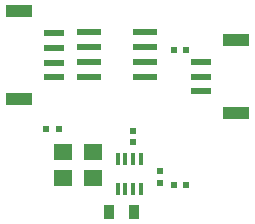
<source format=gtp>
%FSAX24Y24*%
%MOIN*%
G70*
G01*
G75*
G04 Layer_Color=32768*
%ADD10R,0.0866X0.0394*%
%ADD11R,0.0669X0.0236*%
%ADD12R,0.0236X0.0197*%
%ADD13R,0.0630X0.0551*%
%ADD14R,0.0169X0.0433*%
%ADD15R,0.0197X0.0217*%
%ADD16R,0.0354X0.0472*%
%ADD17R,0.0787X0.0236*%
%ADD18C,0.0080*%
%ADD19C,0.0400*%
%ADD20C,0.0160*%
%ADD21C,0.0598*%
%ADD22C,0.0181*%
%ADD23R,0.0236X0.0669*%
%ADD24R,0.0394X0.0866*%
%ADD25R,0.0217X0.0197*%
%ADD26R,0.0197X0.0236*%
%ADD27R,0.0315X0.0295*%
%ADD28R,0.1654X0.1654*%
%ADD29R,0.0335X0.0157*%
%ADD30R,0.0157X0.0335*%
%ADD31C,0.0100*%
%ADD32C,0.0138*%
%ADD33C,0.0098*%
%ADD34C,0.0051*%
%ADD35C,0.0079*%
%ADD36C,0.0050*%
D10*
X010639Y017178D02*
D03*
Y014245D02*
D03*
X017871Y016220D02*
D03*
Y013780D02*
D03*
D11*
X011800Y016450D02*
D03*
Y015466D02*
D03*
Y015958D02*
D03*
Y014974D02*
D03*
X016710Y015000D02*
D03*
Y015492D02*
D03*
Y014508D02*
D03*
D12*
X014450Y013197D02*
D03*
Y012803D02*
D03*
X015350Y011453D02*
D03*
Y011847D02*
D03*
D13*
X012108Y012483D02*
D03*
X013092D02*
D03*
Y011617D02*
D03*
X012108D02*
D03*
D14*
X013924Y011240D02*
D03*
X014180D02*
D03*
X014436D02*
D03*
X014692D02*
D03*
Y012264D02*
D03*
X014436D02*
D03*
X014180D02*
D03*
X013924D02*
D03*
D15*
X016207Y011400D02*
D03*
X015793D02*
D03*
X011957Y013250D02*
D03*
X011543D02*
D03*
X016207Y015900D02*
D03*
X015793D02*
D03*
D16*
X013637Y010500D02*
D03*
X014463D02*
D03*
D17*
X012955Y016500D02*
D03*
Y016000D02*
D03*
Y015500D02*
D03*
Y015000D02*
D03*
X014845Y016500D02*
D03*
Y016000D02*
D03*
Y015500D02*
D03*
Y015000D02*
D03*
M02*

</source>
